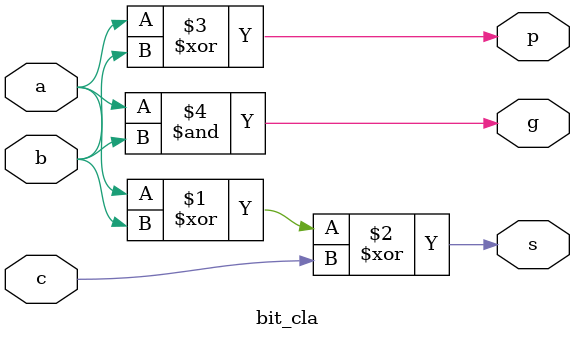
<source format=sv>
module carry_lookahead_adder
(
    input   logic[15:0]     A,
    input   logic[15:0]     B,
    output  logic[15:0]     Sum,
    output  logic           CO
);

    /* TODO
     *
     * Insert code here to implement a CLA adder.
     * Your code should be completly combinational (don't use always_ff or always_latch).
     * Feel free to create sub-modules or other files. */
     
	  
	  logic P3, P2, P1, P0, G3, G2, G1, G0, C3, C2, C1;
	  
	  
	  
	  four_bit_cla CLA0(.x(A[3:0]), .y(B[3:0]), .cin(0), .s(Sum[3:0]), .pOut(P0), .gOut(G0));
	  assign C1 = G0;
	  
	  four_bit_cla CLA1(.x(A[7:4]), .y(B[7:4]), .cin(C1), .s(Sum[7:4]), .pOut(P1), .gOut(G1));
	  assign C2 = (G0 & P1) | G1;
	  
	  four_bit_cla CLA2(.x(A[11:8]), .y(B[11:8]), .cin(C2), .s(Sum[11:8]), .pOut(P2), .gOut(G2));
	  assign C3 = (G0 & P1 & P2) | (G1 & P2) | G2;
	  
	  four_bit_cla CLA3(.x(A[15:12]), .y(B[15:12]), .cin(C3), .s(Sum[15:12]), .pOut(P3), .gOut(G3));
	  assign CO = (G0 & P1 & P2 & P3) | (G1 & P2 & P3) | (G2 & P3) | G3;
	   
endmodule


module four_bit_cla(
						input [3:0] x,
						input [3:0] y,
						input cin,
						output logic [3:0] s,
						output logic pOut,
						output logic gOut
						);
	logic p3, p2, p1, p0, g3, g2, g1, g0, c3, c2, c1;
	
	bit_cla cla0(.a(x[0]), .b(y[0]), .c(cin), .s(s[0]), .p(p0), .g(g0));
	assign c1 = (cin & p0) | g0;
	
	bit_cla cla1(.a(x[1]), .b(y[1]), .c(c1), .s(s[1]), .p(p1), .g(g1));
	assign c2 = (cin & p0 & p1) | (g0 & p1) | g1;
	
	bit_cla cla2(.a(x[2]), .b(y[2]), .c(c2), .s(s[2]), .p(p2), .g(g2));
	assign c3 = (cin & p0 & p1 & p2) | (g0 & p1 & p2) | (g1 & p2) | g2;
	
	bit_cla cla3(.a(x[3]), .b(y[3]), .c(c3), .s(s[3]), .p(p3), .g(g3));
	assign pOut = p3 & p2 & p1 & p0;
	assign gOut = (g0 & p1 & p2 & p3) | (g1 & p2 & p3) | (g2 & p3) | g3;
	
endmodule

module bit_cla(
					input a,
					input b,
					input c,
					output logic s,
					output logic p,
					output logic g
					);
	assign s = a ^ b ^ c;
	assign p = a ^ b;
	assign g = a & b;
	
endmodule
</source>
